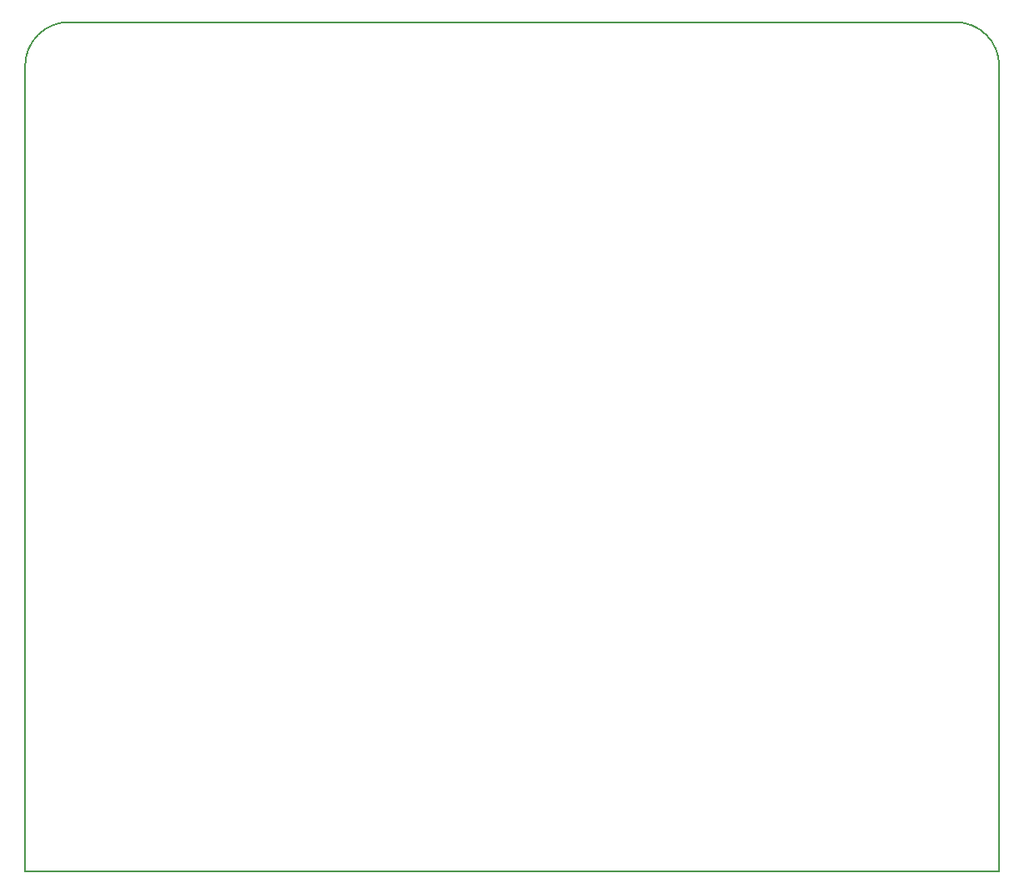
<source format=gm1>
G04 #@! TF.FileFunction,Profile,NP*
%FSLAX46Y46*%
G04 Gerber Fmt 4.6, Leading zero omitted, Abs format (unit mm)*
G04 Created by KiCad (PCBNEW 4.0.7) date 11/14/19 19:03:20*
%MOMM*%
%LPD*%
G01*
G04 APERTURE LIST*
%ADD10C,0.100000*%
%ADD11C,0.150000*%
G04 APERTURE END LIST*
D10*
D11*
X100330000Y-63500000D02*
X100330000Y-62230000D01*
X199390000Y-62230000D02*
X199390000Y-63500000D01*
X100330000Y-63500000D02*
X100330000Y-74930000D01*
X199390000Y-74930000D02*
X199390000Y-63500000D01*
X199390000Y-144145000D02*
X199390000Y-74930000D01*
X100330000Y-74930000D02*
X100330000Y-144145000D01*
X100330000Y-144145000D02*
X199390000Y-144145000D01*
X104775000Y-57785000D02*
X194945000Y-57785000D01*
X104775000Y-57785000D02*
G75*
G03X100330000Y-62230000I0J-4445000D01*
G01*
X199390000Y-62230000D02*
G75*
G03X194945000Y-57785000I-4445000J0D01*
G01*
M02*

</source>
